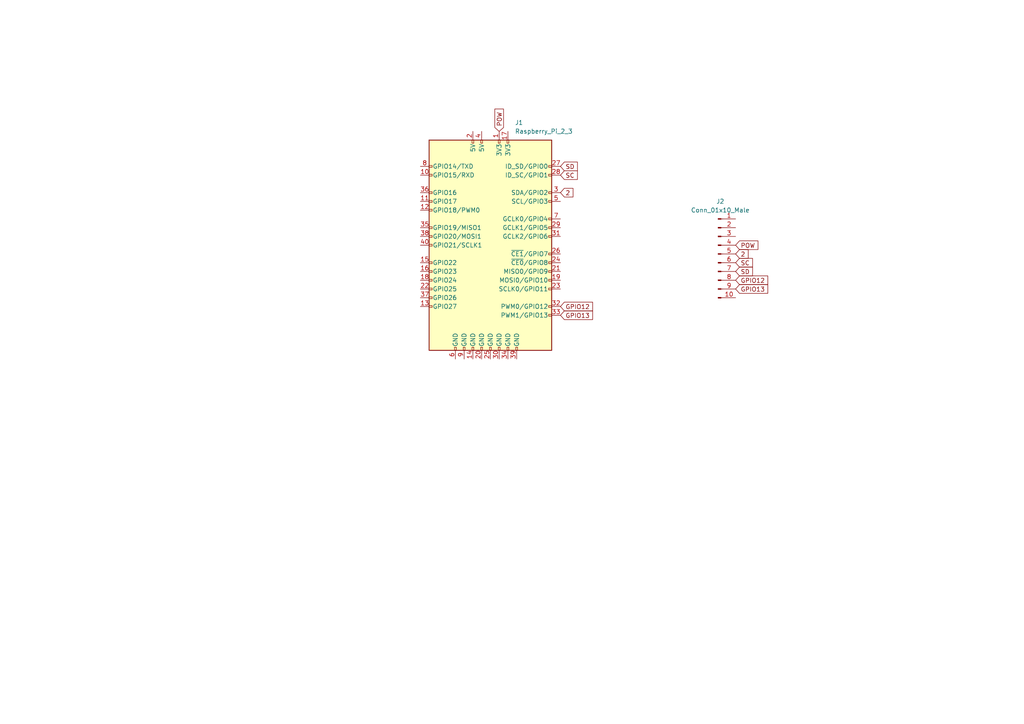
<source format=kicad_sch>
(kicad_sch (version 20211123) (generator eeschema)
  (paper "A4")
  (lib_symbols
    (symbol "Connector:Conn_01x10_Male" (pin_names (offset 1.016) hide)
      (property "Reference" "J" (at 0 12.7 0))
      (property "Value" "Conn_01x10_Male" (at 0 -15.24 0))
      (symbol "Conn_01x10_Male_1_1"
        (polyline (pts (xy 1.27 -12.7) (xy 0.8636 -12.7)) (stroke (width 0.1524)))
        (polyline (pts (xy 1.27 -10.16) (xy 0.8636 -10.16)) (stroke (width 0.1524)))
        (polyline (pts (xy 1.27 -7.62) (xy 0.8636 -7.62)) (stroke (width 0.1524)))
        (polyline (pts (xy 1.27 -5.08) (xy 0.8636 -5.08)) (stroke (width 0.1524)))
        (polyline (pts (xy 1.27 -2.54) (xy 0.8636 -2.54)) (stroke (width 0.1524)))
        (polyline (pts (xy 1.27 0) (xy 0.8636 0)) (stroke (width 0.1524)))
        (polyline (pts (xy 1.27 2.54) (xy 0.8636 2.54)) (stroke (width 0.1524)))
        (polyline (pts (xy 1.27 5.08) (xy 0.8636 5.08)) (stroke (width 0.1524)))
        (polyline (pts (xy 1.27 7.62) (xy 0.8636 7.62)) (stroke (width 0.1524)))
        (polyline (pts (xy 1.27 10.16) (xy 0.8636 10.16)) (stroke (width 0.1524)))
        (rectangle (start 0.8636 -12.573) (end 0 -12.827) (stroke (width 0.1524)) (fill (type outline)))
        (rectangle (start 0.8636 -10.033) (end 0 -10.287) (stroke (width 0.1524)) (fill (type outline)))
        (rectangle (start 0.8636 -7.493) (end 0 -7.747) (stroke (width 0.1524)) (fill (type outline)))
        (rectangle (start 0.8636 -4.953) (end 0 -5.207) (stroke (width 0.1524)) (fill (type outline)))
        (rectangle (start 0.8636 -2.413) (end 0 -2.667) (stroke (width 0.1524)) (fill (type outline)))
        (rectangle (start 0.8636 0.127) (end 0 -0.127) (stroke (width 0.1524)) (fill (type outline)))
        (rectangle (start 0.8636 2.667) (end 0 2.413) (stroke (width 0.1524)) (fill (type outline)))
        (rectangle (start 0.8636 5.207) (end 0 4.953) (stroke (width 0.1524)) (fill (type outline)))
        (rectangle (start 0.8636 7.747) (end 0 7.493) (stroke (width 0.1524)) (fill (type outline)))
        (rectangle (start 0.8636 10.287) (end 0 10.033) (stroke (width 0.1524)) (fill (type outline)))
        (pin passive line (at 5.08 10.16 180) (length 3.81) (name "Pin_1") (number "1"))
        (pin passive line (at 5.08 -12.7 180) (length 3.81) (name "Pin_10") (number "10"))
        (pin passive line (at 5.08 7.62 180) (length 3.81) (name "Pin_2") (number "2"))
        (pin passive line (at 5.08 5.08 180) (length 3.81) (name "Pin_3") (number "3"))
        (pin passive line (at 5.08 2.54 180) (length 3.81) (name "Pin_4") (number "4"))
        (pin passive line (at 5.08 0 180) (length 3.81) (name "Pin_5") (number "5"))
        (pin passive line (at 5.08 -2.54 180) (length 3.81) (name "Pin_6") (number "6"))
        (pin passive line (at 5.08 -5.08 180) (length 3.81) (name "Pin_7") (number "7"))
        (pin passive line (at 5.08 -7.62 180) (length 3.81) (name "Pin_8") (number "8"))
        (pin passive line (at 5.08 -10.16 180) (length 3.81) (name "Pin_9") (number "9"))
      )
    )
    (symbol "Connector:Raspberry_Pi_2_3" (pin_names (offset 1.016))
      (property "Reference" "J" (at -17.78 31.75 0))
      (property "Value" "Raspberry_Pi_2_3" (at 10.16 -31.75 0))
      (symbol "Raspberry_Pi_2_3_0_1"
        (rectangle (start -17.78 30.48) (end 17.78 -30.48) (stroke (width 0.254)) (fill (type background)))
      )
      (symbol "Raspberry_Pi_2_3_1_1"
        (rectangle (start -16.891 -17.526) (end -17.78 -18.034))
        (rectangle (start -16.891 -14.986) (end -17.78 -15.494))
        (rectangle (start -16.891 -12.446) (end -17.78 -12.954))
        (rectangle (start -16.891 -9.906) (end -17.78 -10.414))
        (rectangle (start -16.891 -7.366) (end -17.78 -7.874))
        (rectangle (start -16.891 -4.826) (end -17.78 -5.334))
        (rectangle (start -16.891 0.254) (end -17.78 -0.254))
        (rectangle (start -16.891 2.794) (end -17.78 2.286))
        (rectangle (start -16.891 5.334) (end -17.78 4.826))
        (rectangle (start -16.891 10.414) (end -17.78 9.906))
        (rectangle (start -16.891 12.954) (end -17.78 12.446))
        (rectangle (start -16.891 15.494) (end -17.78 14.986))
        (rectangle (start -16.891 20.574) (end -17.78 20.066))
        (rectangle (start -16.891 23.114) (end -17.78 22.606))
        (rectangle (start -10.414 -29.591) (end -9.906 -30.48))
        (rectangle (start -7.874 -29.591) (end -7.366 -30.48))
        (rectangle (start -5.334 -29.591) (end -4.826 -30.48))
        (rectangle (start -5.334 30.48) (end -4.826 29.591))
        (rectangle (start -2.794 -29.591) (end -2.286 -30.48))
        (rectangle (start -2.794 30.48) (end -2.286 29.591))
        (rectangle (start -0.254 -29.591) (end 0.254 -30.48))
        (rectangle (start 2.286 -29.591) (end 2.794 -30.48))
        (rectangle (start 2.286 30.48) (end 2.794 29.591))
        (rectangle (start 4.826 -29.591) (end 5.334 -30.48))
        (rectangle (start 4.826 30.48) (end 5.334 29.591))
        (rectangle (start 7.366 -29.591) (end 7.874 -30.48))
        (rectangle (start 17.78 -20.066) (end 16.891 -20.574))
        (rectangle (start 17.78 -17.526) (end 16.891 -18.034))
        (rectangle (start 17.78 -12.446) (end 16.891 -12.954))
        (rectangle (start 17.78 -9.906) (end 16.891 -10.414))
        (rectangle (start 17.78 -7.366) (end 16.891 -7.874))
        (rectangle (start 17.78 -4.826) (end 16.891 -5.334))
        (rectangle (start 17.78 -2.286) (end 16.891 -2.794))
        (rectangle (start 17.78 2.794) (end 16.891 2.286))
        (rectangle (start 17.78 5.334) (end 16.891 4.826))
        (rectangle (start 17.78 7.874) (end 16.891 7.366))
        (rectangle (start 17.78 12.954) (end 16.891 12.446))
        (rectangle (start 17.78 15.494) (end 16.891 14.986))
        (rectangle (start 17.78 20.574) (end 16.891 20.066))
        (rectangle (start 17.78 23.114) (end 16.891 22.606))
        (pin power_in line (at 2.54 33.02 270) (length 2.54) (name "3V3") (number "1"))
        (pin bidirectional line (at -20.32 20.32 0) (length 2.54) (name "GPIO15/RXD") (number "10"))
        (pin bidirectional line (at -20.32 12.7 0) (length 2.54) (name "GPIO17") (number "11"))
        (pin bidirectional line (at -20.32 10.16 0) (length 2.54) (name "GPIO18/PWM0") (number "12"))
        (pin bidirectional line (at -20.32 -17.78 0) (length 2.54) (name "GPIO27") (number "13"))
        (pin power_in line (at -5.08 -33.02 90) (length 2.54) (name "GND") (number "14"))
        (pin bidirectional line (at -20.32 -5.08 0) (length 2.54) (name "GPIO22") (number "15"))
        (pin bidirectional line (at -20.32 -7.62 0) (length 2.54) (name "GPIO23") (number "16"))
        (pin power_in line (at 5.08 33.02 270) (length 2.54) (name "3V3") (number "17"))
        (pin bidirectional line (at -20.32 -10.16 0) (length 2.54) (name "GPIO24") (number "18"))
        (pin bidirectional line (at 20.32 -10.16 180) (length 2.54) (name "MOSI0/GPIO10") (number "19"))
        (pin power_in line (at -5.08 33.02 270) (length 2.54) (name "5V") (number "2"))
        (pin power_in line (at -2.54 -33.02 90) (length 2.54) (name "GND") (number "20"))
        (pin bidirectional line (at 20.32 -7.62 180) (length 2.54) (name "MISO0/GPIO9") (number "21"))
        (pin bidirectional line (at -20.32 -12.7 0) (length 2.54) (name "GPIO25") (number "22"))
        (pin bidirectional line (at 20.32 -12.7 180) (length 2.54) (name "SCLK0/GPIO11") (number "23"))
        (pin bidirectional line (at 20.32 -5.08 180) (length 2.54) (name "~{CE0}/GPIO8") (number "24"))
        (pin power_in line (at 0 -33.02 90) (length 2.54) (name "GND") (number "25"))
        (pin bidirectional line (at 20.32 -2.54 180) (length 2.54) (name "~{CE1}/GPIO7") (number "26"))
        (pin bidirectional line (at 20.32 22.86 180) (length 2.54) (name "ID_SD/GPIO0") (number "27"))
        (pin bidirectional line (at 20.32 20.32 180) (length 2.54) (name "ID_SC/GPIO1") (number "28"))
        (pin bidirectional line (at 20.32 5.08 180) (length 2.54) (name "GCLK1/GPIO5") (number "29"))
        (pin bidirectional line (at 20.32 15.24 180) (length 2.54) (name "SDA/GPIO2") (number "3"))
        (pin power_in line (at 2.54 -33.02 90) (length 2.54) (name "GND") (number "30"))
        (pin bidirectional line (at 20.32 2.54 180) (length 2.54) (name "GCLK2/GPIO6") (number "31"))
        (pin bidirectional line (at 20.32 -17.78 180) (length 2.54) (name "PWM0/GPIO12") (number "32"))
        (pin bidirectional line (at 20.32 -20.32 180) (length 2.54) (name "PWM1/GPIO13") (number "33"))
        (pin power_in line (at 5.08 -33.02 90) (length 2.54) (name "GND") (number "34"))
        (pin bidirectional line (at -20.32 5.08 0) (length 2.54) (name "GPIO19/MISO1") (number "35"))
        (pin bidirectional line (at -20.32 15.24 0) (length 2.54) (name "GPIO16") (number "36"))
        (pin bidirectional line (at -20.32 -15.24 0) (length 2.54) (name "GPIO26") (number "37"))
        (pin bidirectional line (at -20.32 2.54 0) (length 2.54) (name "GPIO20/MOSI1") (number "38"))
        (pin power_in line (at 7.62 -33.02 90) (length 2.54) (name "GND") (number "39"))
        (pin power_in line (at -2.54 33.02 270) (length 2.54) (name "5V") (number "4"))
        (pin bidirectional line (at -20.32 0 0) (length 2.54) (name "GPIO21/SCLK1") (number "40"))
        (pin bidirectional line (at 20.32 12.7 180) (length 2.54) (name "SCL/GPIO3") (number "5"))
        (pin power_in line (at -10.16 -33.02 90) (length 2.54) (name "GND") (number "6"))
        (pin bidirectional line (at 20.32 7.62 180) (length 2.54) (name "GCLK0/GPIO4") (number "7"))
        (pin bidirectional line (at -20.32 22.86 0) (length 2.54) (name "GPIO14/TXD") (number "8"))
        (pin power_in line (at -7.62 -33.02 90) (length 2.54) (name "GND") (number "9"))
      )
    )
  )
  (global_label "POW" (shape input) (at 144.78 38.1 90) (property "Intersheet References" "${INTERSHEET_REFS}" (effects hide)))
  (global_label "GPIO13" (shape input) (at 213.36 83.82 0) (property "Intersheet References" "${INTERSHEET_REFS}" (effects hide)))
  (global_label "GPIO12" (shape input) (at 162.56 88.9 0) (property "Intersheet References" "${INTERSHEET_REFS}" (effects hide)))
  (global_label "POW" (shape input) (at 213.36 71.12 0) (property "Intersheet References" "${INTERSHEET_REFS}" (effects hide)))
  (global_label "GPIO13" (shape input) (at 162.56 91.44 0) (property "Intersheet References" "${INTERSHEET_REFS}" (effects hide)))
  (global_label "SD" (shape input) (at 162.56 48.26 0) (property "Intersheet References" "${INTERSHEET_REFS}" (effects hide)))
  (global_label "SC" (shape input) (at 213.36 76.2 0) (property "Intersheet References" "${INTERSHEET_REFS}" (effects hide)))
  (global_label "GPIO12" (shape input) (at 213.36 81.28 0) (property "Intersheet References" "${INTERSHEET_REFS}" (effects hide)))
  (global_label "SD" (shape input) (at 213.36 78.74 0) (property "Intersheet References" "${INTERSHEET_REFS}" (effects hide)))
  (global_label "2" (shape input) (at 162.56 55.88 0) (property "Intersheet References" "${INTERSHEET_REFS}" (effects hide)))
  (global_label "SC" (shape input) (at 162.56 50.8 0) (property "Intersheet References" "${INTERSHEET_REFS}" (effects hide)))
  (global_label "2" (shape input) (at 213.36 73.66 0) (property "Intersheet References" "${INTERSHEET_REFS}" (effects hide)))
  (symbol (lib_id "Connector:Raspberry_Pi_2_3") (at 142.24 71.12 0) (unit 1)
    (property "Reference" "J1" (at 149.3394 35.56 0) (effects (justify left)))
    (property "Value" "Raspberry_Pi_2_3" (at 149.3394 38.1 0) (effects (justify left)))
    (property "Footprint" "Module:Raspberry_Pi_Zero_Socketed_THT_FaceDown_MountingHoles" (effects hide))
    (property "Datasheet" "https://www.raspberrypi.org/documentation/hardware/raspberrypi/schematics/rpi_SCH_3bplus_1p0_reduced.pdf" (effects hide))
  )
  (symbol (lib_id "Connector:Conn_01x10_Male") (at 208.28 73.66 0) (unit 1)
    (property "Reference" "J2" (at 208.915 58.42 0))
    (property "Value" "Conn_01x10_Male" (at 208.915 60.96 0))
    (property "Footprint" "Connector_IDC:IDC-Header_2x05-1MP_P2.54mm_Latch6.5mm_Vertical" (effects hide))
  )
)
</source>
